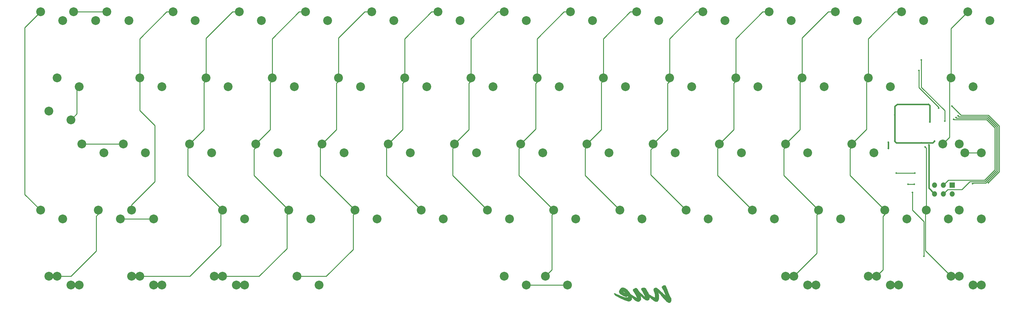
<source format=gbr>
G04 #@! TF.GenerationSoftware,KiCad,Pcbnew,(6.0.1)*
G04 #@! TF.CreationDate,2022-07-28T02:40:33-06:00*
G04 #@! TF.ProjectId,nue-pcb,6e75652d-7063-4622-9e6b-696361645f70,0.1*
G04 #@! TF.SameCoordinates,Original*
G04 #@! TF.FileFunction,Copper,L2,Bot*
G04 #@! TF.FilePolarity,Positive*
%FSLAX46Y46*%
G04 Gerber Fmt 4.6, Leading zero omitted, Abs format (unit mm)*
G04 Created by KiCad (PCBNEW (6.0.1)) date 2022-07-28 02:40:33*
%MOMM*%
%LPD*%
G01*
G04 APERTURE LIST*
G04 #@! TA.AperFunction,EtchedComponent*
%ADD10C,0.010000*%
G04 #@! TD*
G04 #@! TA.AperFunction,ComponentPad*
%ADD11C,2.540000*%
G04 #@! TD*
G04 #@! TA.AperFunction,ComponentPad*
%ADD12R,1.524000X1.524000*%
G04 #@! TD*
G04 #@! TA.AperFunction,ComponentPad*
%ADD13O,1.524000X1.524000*%
G04 #@! TD*
G04 #@! TA.AperFunction,ViaPad*
%ADD14C,0.508000*%
G04 #@! TD*
G04 #@! TA.AperFunction,Conductor*
%ADD15C,0.381000*%
G04 #@! TD*
G04 #@! TA.AperFunction,Conductor*
%ADD16C,0.254000*%
G04 #@! TD*
G04 APERTURE END LIST*
D10*
X242069839Y-138816567D02*
X242194419Y-138846041D01*
X242194419Y-138846041D02*
X242298982Y-138902246D01*
X242298982Y-138902246D02*
X242341524Y-138940869D01*
X242341524Y-138940869D02*
X242364795Y-138977502D01*
X242364795Y-138977502D02*
X242398941Y-139045920D01*
X242398941Y-139045920D02*
X242440321Y-139138142D01*
X242440321Y-139138142D02*
X242485298Y-139246185D01*
X242485298Y-139246185D02*
X242514068Y-139319369D01*
X242514068Y-139319369D02*
X242554308Y-139424195D01*
X242554308Y-139424195D02*
X242606491Y-139560198D01*
X242606491Y-139560198D02*
X242667413Y-139719026D01*
X242667413Y-139719026D02*
X242733872Y-139892323D01*
X242733872Y-139892323D02*
X242802662Y-140071738D01*
X242802662Y-140071738D02*
X242870580Y-140248916D01*
X242870580Y-140248916D02*
X242887348Y-140292666D01*
X242887348Y-140292666D02*
X242997621Y-140579566D01*
X242997621Y-140579566D02*
X243094894Y-140830481D01*
X243094894Y-140830481D02*
X243180843Y-141049138D01*
X243180843Y-141049138D02*
X243257142Y-141239262D01*
X243257142Y-141239262D02*
X243325466Y-141404577D01*
X243325466Y-141404577D02*
X243387490Y-141548810D01*
X243387490Y-141548810D02*
X243444887Y-141675685D01*
X243444887Y-141675685D02*
X243499333Y-141788928D01*
X243499333Y-141788928D02*
X243552502Y-141892263D01*
X243552502Y-141892263D02*
X243606069Y-141989417D01*
X243606069Y-141989417D02*
X243661707Y-142084114D01*
X243661707Y-142084114D02*
X243721092Y-142180079D01*
X243721092Y-142180079D02*
X243770400Y-142257142D01*
X243770400Y-142257142D02*
X243832358Y-142355459D01*
X243832358Y-142355459D02*
X243886896Y-142446715D01*
X243886896Y-142446715D02*
X243929190Y-142522490D01*
X243929190Y-142522490D02*
X243954419Y-142574366D01*
X243954419Y-142574366D02*
X243958258Y-142585086D01*
X243958258Y-142585086D02*
X243975504Y-142692374D01*
X243975504Y-142692374D02*
X243976641Y-142827135D01*
X243976641Y-142827135D02*
X243963089Y-142978303D01*
X243963089Y-142978303D02*
X243936264Y-143134816D01*
X243936264Y-143134816D02*
X243897585Y-143285610D01*
X243897585Y-143285610D02*
X243852450Y-143410478D01*
X243852450Y-143410478D02*
X243794632Y-143525280D01*
X243794632Y-143525280D02*
X243727057Y-143627713D01*
X243727057Y-143627713D02*
X243657342Y-143707275D01*
X243657342Y-143707275D02*
X243610342Y-143744352D01*
X243610342Y-143744352D02*
X243534020Y-143772327D01*
X243534020Y-143772327D02*
X243431371Y-143784529D01*
X243431371Y-143784529D02*
X243315328Y-143781025D01*
X243315328Y-143781025D02*
X243198824Y-143761878D01*
X243198824Y-143761878D02*
X243131323Y-143741926D01*
X243131323Y-143741926D02*
X242994284Y-143678495D01*
X242994284Y-143678495D02*
X242839207Y-143580040D01*
X242839207Y-143580040D02*
X242665067Y-143445863D01*
X242665067Y-143445863D02*
X242538250Y-143336553D01*
X242538250Y-143336553D02*
X242464246Y-143269618D01*
X242464246Y-143269618D02*
X242394068Y-143204146D01*
X242394068Y-143204146D02*
X242324652Y-143136798D01*
X242324652Y-143136798D02*
X242252932Y-143064233D01*
X242252932Y-143064233D02*
X242175844Y-142983109D01*
X242175844Y-142983109D02*
X242090322Y-142890087D01*
X242090322Y-142890087D02*
X241993300Y-142781826D01*
X241993300Y-142781826D02*
X241881714Y-142654986D01*
X241881714Y-142654986D02*
X241752499Y-142506224D01*
X241752499Y-142506224D02*
X241602589Y-142332202D01*
X241602589Y-142332202D02*
X241428920Y-142129578D01*
X241428920Y-142129578D02*
X241403070Y-142099363D01*
X241403070Y-142099363D02*
X241169013Y-141827402D01*
X241169013Y-141827402D02*
X240960348Y-141588505D01*
X240960348Y-141588505D02*
X240776625Y-141382204D01*
X240776625Y-141382204D02*
X240617393Y-141208034D01*
X240617393Y-141208034D02*
X240482201Y-141065528D01*
X240482201Y-141065528D02*
X240370599Y-140954219D01*
X240370599Y-140954219D02*
X240282136Y-140873641D01*
X240282136Y-140873641D02*
X240216361Y-140823328D01*
X240216361Y-140823328D02*
X240172824Y-140802813D01*
X240172824Y-140802813D02*
X240154410Y-140806784D01*
X240154410Y-140806784D02*
X240156556Y-140830378D01*
X240156556Y-140830378D02*
X240174627Y-140877377D01*
X240174627Y-140877377D02*
X240186922Y-140902917D01*
X240186922Y-140902917D02*
X240226514Y-140996272D01*
X240226514Y-140996272D02*
X240267311Y-141119875D01*
X240267311Y-141119875D02*
X240306034Y-141261881D01*
X240306034Y-141261881D02*
X240339402Y-141410443D01*
X240339402Y-141410443D02*
X240360786Y-141530916D01*
X240360786Y-141530916D02*
X240377307Y-141679091D01*
X240377307Y-141679091D02*
X240386992Y-141853634D01*
X240386992Y-141853634D02*
X240390043Y-142043194D01*
X240390043Y-142043194D02*
X240386662Y-142236420D01*
X240386662Y-142236420D02*
X240377052Y-142421961D01*
X240377052Y-142421961D02*
X240361414Y-142588465D01*
X240361414Y-142588465D02*
X240339952Y-142724581D01*
X240339952Y-142724581D02*
X240339482Y-142726833D01*
X240339482Y-142726833D02*
X240287522Y-142925106D01*
X240287522Y-142925106D02*
X240221320Y-143097085D01*
X240221320Y-143097085D02*
X240142986Y-143239334D01*
X240142986Y-143239334D02*
X240054631Y-143348418D01*
X240054631Y-143348418D02*
X239958366Y-143420900D01*
X239958366Y-143420900D02*
X239897926Y-143445326D01*
X239897926Y-143445326D02*
X239764408Y-143465441D01*
X239764408Y-143465441D02*
X239608917Y-143460748D01*
X239608917Y-143460748D02*
X239442725Y-143432647D01*
X239442725Y-143432647D02*
X239277106Y-143382539D01*
X239277106Y-143382539D02*
X239225483Y-143361833D01*
X239225483Y-143361833D02*
X239083141Y-143289048D01*
X239083141Y-143289048D02*
X238916580Y-143182255D01*
X238916580Y-143182255D02*
X238726283Y-143041829D01*
X238726283Y-143041829D02*
X238512732Y-142868141D01*
X238512732Y-142868141D02*
X238276408Y-142661565D01*
X238276408Y-142661565D02*
X238048676Y-142451632D01*
X238048676Y-142451632D02*
X237781852Y-142200354D01*
X237781852Y-142200354D02*
X237736049Y-142371486D01*
X237736049Y-142371486D02*
X237664147Y-142589880D01*
X237664147Y-142589880D02*
X237575739Y-142769997D01*
X237575739Y-142769997D02*
X237471110Y-142911612D01*
X237471110Y-142911612D02*
X237350545Y-143014499D01*
X237350545Y-143014499D02*
X237214329Y-143078434D01*
X237214329Y-143078434D02*
X237062746Y-143103191D01*
X237062746Y-143103191D02*
X236896080Y-143088546D01*
X236896080Y-143088546D02*
X236844417Y-143076754D01*
X236844417Y-143076754D02*
X236733740Y-143044423D01*
X236733740Y-143044423D02*
X236627549Y-143004525D01*
X236627549Y-143004525D02*
X236521475Y-142954156D01*
X236521475Y-142954156D02*
X236411146Y-142890415D01*
X236411146Y-142890415D02*
X236292194Y-142810400D01*
X236292194Y-142810400D02*
X236160246Y-142711207D01*
X236160246Y-142711207D02*
X236010933Y-142589934D01*
X236010933Y-142589934D02*
X235839885Y-142443679D01*
X235839885Y-142443679D02*
X235682861Y-142305315D01*
X235682861Y-142305315D02*
X235566146Y-142201843D01*
X235566146Y-142201843D02*
X235457049Y-142105831D01*
X235457049Y-142105831D02*
X235360369Y-142021447D01*
X235360369Y-142021447D02*
X235280907Y-141952860D01*
X235280907Y-141952860D02*
X235223462Y-141904239D01*
X235223462Y-141904239D02*
X235193086Y-141879931D01*
X235193086Y-141879931D02*
X235134617Y-141838297D01*
X235134617Y-141838297D02*
X235173372Y-142012690D01*
X235173372Y-142012690D02*
X235219283Y-142264598D01*
X235219283Y-142264598D02*
X235240864Y-142495283D01*
X235240864Y-142495283D02*
X235238119Y-142701203D01*
X235238119Y-142701203D02*
X235211052Y-142878817D01*
X235211052Y-142878817D02*
X235172364Y-142997042D01*
X235172364Y-142997042D02*
X235129566Y-143070235D01*
X235129566Y-143070235D02*
X235062560Y-143155672D01*
X235062560Y-143155672D02*
X234981174Y-143243356D01*
X234981174Y-143243356D02*
X234895236Y-143323288D01*
X234895236Y-143323288D02*
X234814573Y-143385470D01*
X234814573Y-143385470D02*
X234761115Y-143415439D01*
X234761115Y-143415439D02*
X234616528Y-143453986D01*
X234616528Y-143453986D02*
X234452310Y-143459169D01*
X234452310Y-143459169D02*
X234273148Y-143432274D01*
X234273148Y-143432274D02*
X234083731Y-143374585D01*
X234083731Y-143374585D02*
X233888750Y-143287388D01*
X233888750Y-143287388D02*
X233692893Y-143171969D01*
X233692893Y-143171969D02*
X233579268Y-143091489D01*
X233579268Y-143091489D02*
X233475118Y-143009484D01*
X233475118Y-143009484D02*
X233348735Y-142904560D01*
X233348735Y-142904560D02*
X233207977Y-142783576D01*
X233207977Y-142783576D02*
X233060699Y-142653390D01*
X233060699Y-142653390D02*
X232914759Y-142520860D01*
X232914759Y-142520860D02*
X232778015Y-142392845D01*
X232778015Y-142392845D02*
X232768656Y-142383910D01*
X232768656Y-142383910D02*
X232598145Y-142220897D01*
X232598145Y-142220897D02*
X232607191Y-142410111D01*
X232607191Y-142410111D02*
X232601549Y-142613037D01*
X232601549Y-142613037D02*
X232562935Y-142791619D01*
X232562935Y-142791619D02*
X232489857Y-142949816D01*
X232489857Y-142949816D02*
X232380824Y-143091586D01*
X232380824Y-143091586D02*
X232332408Y-143139434D01*
X232332408Y-143139434D02*
X232235535Y-143221048D01*
X232235535Y-143221048D02*
X232141950Y-143279513D01*
X232141950Y-143279513D02*
X232041625Y-143318175D01*
X232041625Y-143318175D02*
X231924534Y-143340381D01*
X231924534Y-143340381D02*
X231780649Y-143349476D01*
X231780649Y-143349476D02*
X231700917Y-143350174D01*
X231700917Y-143350174D02*
X231600033Y-143349442D01*
X231600033Y-143349442D02*
X231521562Y-143346634D01*
X231521562Y-143346634D02*
X231454694Y-143339733D01*
X231454694Y-143339733D02*
X231388618Y-143326726D01*
X231388618Y-143326726D02*
X231312526Y-143305599D01*
X231312526Y-143305599D02*
X231215608Y-143274336D01*
X231215608Y-143274336D02*
X231118834Y-143241699D01*
X231118834Y-143241699D02*
X230839228Y-143140786D01*
X230839228Y-143140786D02*
X230528996Y-143017572D01*
X230528996Y-143017572D02*
X230192259Y-142873936D01*
X230192259Y-142873936D02*
X229833138Y-142711758D01*
X229833138Y-142711758D02*
X229455755Y-142532915D01*
X229455755Y-142532915D02*
X229064232Y-142339286D01*
X229064232Y-142339286D02*
X228662690Y-142132751D01*
X228662690Y-142132751D02*
X228515334Y-142054993D01*
X228515334Y-142054993D02*
X228329059Y-141955286D01*
X228329059Y-141955286D02*
X228176093Y-141871221D01*
X228176093Y-141871221D02*
X228051866Y-141799543D01*
X228051866Y-141799543D02*
X227951805Y-141736996D01*
X227951805Y-141736996D02*
X227871339Y-141680325D01*
X227871339Y-141680325D02*
X227805897Y-141626274D01*
X227805897Y-141626274D02*
X227750906Y-141571587D01*
X227750906Y-141571587D02*
X227701797Y-141513008D01*
X227701797Y-141513008D02*
X227653997Y-141447282D01*
X227653997Y-141447282D02*
X227646282Y-141436056D01*
X227646282Y-141436056D02*
X227583297Y-141333756D01*
X227583297Y-141333756D02*
X227547694Y-141249034D01*
X227547694Y-141249034D02*
X227536595Y-141194742D01*
X227536595Y-141194742D02*
X227532050Y-141134478D01*
X227532050Y-141134478D02*
X227539784Y-141102032D01*
X227539784Y-141102032D02*
X227565193Y-141083453D01*
X227565193Y-141083453D02*
X227582348Y-141076461D01*
X227582348Y-141076461D02*
X227650332Y-141070461D01*
X227650332Y-141070461D02*
X227747880Y-141091936D01*
X227747880Y-141091936D02*
X227872961Y-141140189D01*
X227872961Y-141140189D02*
X228023539Y-141214525D01*
X228023539Y-141214525D02*
X228085484Y-141248600D01*
X228085484Y-141248600D02*
X228372400Y-141400776D01*
X228372400Y-141400776D02*
X228691369Y-141553008D01*
X228691369Y-141553008D02*
X229032309Y-141701286D01*
X229032309Y-141701286D02*
X229385135Y-141841600D01*
X229385135Y-141841600D02*
X229739764Y-141969940D01*
X229739764Y-141969940D02*
X230086112Y-142082296D01*
X230086112Y-142082296D02*
X230414095Y-142174657D01*
X230414095Y-142174657D02*
X230414158Y-142174674D01*
X230414158Y-142174674D02*
X230680429Y-142236859D01*
X230680429Y-142236859D02*
X230911471Y-142277628D01*
X230911471Y-142277628D02*
X231107102Y-142297010D01*
X231107102Y-142297010D02*
X231267139Y-142295035D01*
X231267139Y-142295035D02*
X231391398Y-142271732D01*
X231391398Y-142271732D02*
X231479697Y-142227131D01*
X231479697Y-142227131D02*
X231531852Y-142161263D01*
X231531852Y-142161263D02*
X231547680Y-142074156D01*
X231547680Y-142074156D02*
X231535059Y-141992861D01*
X231535059Y-141992861D02*
X231512042Y-141922967D01*
X231512042Y-141922967D02*
X231485092Y-141862566D01*
X231485092Y-141862566D02*
X231477226Y-141849187D01*
X231477226Y-141849187D02*
X231444433Y-141799140D01*
X231444433Y-141799140D02*
X231355717Y-141895765D01*
X231355717Y-141895765D02*
X231242561Y-141993417D01*
X231242561Y-141993417D02*
X231117733Y-142051483D01*
X231117733Y-142051483D02*
X230979315Y-142070377D01*
X230979315Y-142070377D02*
X230825389Y-142050510D01*
X230825389Y-142050510D02*
X230744875Y-142027140D01*
X230744875Y-142027140D02*
X230667256Y-141997078D01*
X230667256Y-141997078D02*
X230560156Y-141950089D01*
X230560156Y-141950089D02*
X230431031Y-141889932D01*
X230431031Y-141889932D02*
X230287334Y-141820365D01*
X230287334Y-141820365D02*
X230136522Y-141745147D01*
X230136522Y-141745147D02*
X229986047Y-141668036D01*
X229986047Y-141668036D02*
X229843366Y-141592793D01*
X229843366Y-141592793D02*
X229715933Y-141523174D01*
X229715933Y-141523174D02*
X229611203Y-141462940D01*
X229611203Y-141462940D02*
X229548918Y-141424130D01*
X229548918Y-141424130D02*
X229399531Y-141316043D01*
X229399531Y-141316043D02*
X229262391Y-141198899D01*
X229262391Y-141198899D02*
X229144279Y-141079485D01*
X229144279Y-141079485D02*
X229051976Y-140964587D01*
X229051976Y-140964587D02*
X228997062Y-140871706D01*
X228997062Y-140871706D02*
X228959781Y-140777019D01*
X228959781Y-140777019D02*
X228943247Y-140687938D01*
X228943247Y-140687938D02*
X228940988Y-140610166D01*
X228940988Y-140610166D02*
X228948159Y-140554341D01*
X228948159Y-140554341D02*
X230092250Y-140554341D01*
X230092250Y-140554341D02*
X230107624Y-140598578D01*
X230107624Y-140598578D02*
X230148713Y-140659912D01*
X230148713Y-140659912D02*
X230207964Y-140729259D01*
X230207964Y-140729259D02*
X230277826Y-140797532D01*
X230277826Y-140797532D02*
X230330472Y-140840935D01*
X230330472Y-140840935D02*
X230386432Y-140878679D01*
X230386432Y-140878679D02*
X230462777Y-140924266D01*
X230462777Y-140924266D02*
X230550040Y-140972740D01*
X230550040Y-140972740D02*
X230638755Y-141019147D01*
X230638755Y-141019147D02*
X230719454Y-141058534D01*
X230719454Y-141058534D02*
X230782670Y-141085944D01*
X230782670Y-141085944D02*
X230818650Y-141096417D01*
X230818650Y-141096417D02*
X230819653Y-141082112D01*
X230819653Y-141082112D02*
X230799654Y-141046199D01*
X230799654Y-141046199D02*
X230794473Y-141038727D01*
X230794473Y-141038727D02*
X230742205Y-140976435D01*
X230742205Y-140976435D02*
X230666543Y-140899939D01*
X230666543Y-140899939D02*
X230578625Y-140819520D01*
X230578625Y-140819520D02*
X230489591Y-140745461D01*
X230489591Y-140745461D02*
X230425023Y-140697687D01*
X230425023Y-140697687D02*
X230345489Y-140647479D01*
X230345489Y-140647479D02*
X230265168Y-140603831D01*
X230265168Y-140603831D02*
X230192002Y-140570164D01*
X230192002Y-140570164D02*
X230133936Y-140549900D01*
X230133936Y-140549900D02*
X230098911Y-140546459D01*
X230098911Y-140546459D02*
X230092250Y-140554341D01*
X230092250Y-140554341D02*
X228948159Y-140554341D01*
X228948159Y-140554341D02*
X228960681Y-140456861D01*
X228960681Y-140456861D02*
X229012875Y-140291668D01*
X229012875Y-140291668D02*
X229092500Y-140122204D01*
X229092500Y-140122204D02*
X229194482Y-139956085D01*
X229194482Y-139956085D02*
X229313752Y-139800926D01*
X229313752Y-139800926D02*
X229445236Y-139664341D01*
X229445236Y-139664341D02*
X229583863Y-139553948D01*
X229583863Y-139553948D02*
X229682926Y-139496094D01*
X229682926Y-139496094D02*
X229748930Y-139466090D01*
X229748930Y-139466090D02*
X229806324Y-139448187D01*
X229806324Y-139448187D02*
X229870138Y-139439600D01*
X229870138Y-139439600D02*
X229955403Y-139437544D01*
X229955403Y-139437544D02*
X229997000Y-139437902D01*
X229997000Y-139437902D02*
X230205679Y-139460642D01*
X230205679Y-139460642D02*
X230422355Y-139522040D01*
X230422355Y-139522040D02*
X230644152Y-139619842D01*
X230644152Y-139619842D02*
X230868196Y-139751791D01*
X230868196Y-139751791D02*
X231091612Y-139915633D01*
X231091612Y-139915633D02*
X231311526Y-140109113D01*
X231311526Y-140109113D02*
X231525062Y-140329975D01*
X231525062Y-140329975D02*
X231729347Y-140575964D01*
X231729347Y-140575964D02*
X231921506Y-140844825D01*
X231921506Y-140844825D02*
X232048290Y-141047165D01*
X232048290Y-141047165D02*
X232103703Y-141138659D01*
X232103703Y-141138659D02*
X232154939Y-141219514D01*
X232154939Y-141219514D02*
X232196409Y-141281150D01*
X232196409Y-141281150D02*
X232222525Y-141314986D01*
X232222525Y-141314986D02*
X232223091Y-141315559D01*
X232223091Y-141315559D02*
X232252141Y-141338781D01*
X232252141Y-141338781D02*
X232310562Y-141381001D01*
X232310562Y-141381001D02*
X232392313Y-141438017D01*
X232392313Y-141438017D02*
X232491355Y-141505627D01*
X232491355Y-141505627D02*
X232601649Y-141579628D01*
X232601649Y-141579628D02*
X232621667Y-141592928D01*
X232621667Y-141592928D02*
X232912976Y-141783815D01*
X232912976Y-141783815D02*
X233172018Y-141948487D01*
X233172018Y-141948487D02*
X233399473Y-142087315D01*
X233399473Y-142087315D02*
X233596021Y-142200668D01*
X233596021Y-142200668D02*
X233762341Y-142288916D01*
X233762341Y-142288916D02*
X233899111Y-142352428D01*
X233899111Y-142352428D02*
X234007012Y-142391573D01*
X234007012Y-142391573D02*
X234086723Y-142406722D01*
X234086723Y-142406722D02*
X234115280Y-142405561D01*
X234115280Y-142405561D02*
X234128489Y-142400669D01*
X234128489Y-142400669D02*
X234133894Y-142387952D01*
X234133894Y-142387952D02*
X234129667Y-142362761D01*
X234129667Y-142362761D02*
X234113983Y-142320446D01*
X234113983Y-142320446D02*
X234085013Y-142256360D01*
X234085013Y-142256360D02*
X234040931Y-142165852D01*
X234040931Y-142165852D02*
X233979909Y-142044273D01*
X233979909Y-142044273D02*
X233950398Y-141986000D01*
X233950398Y-141986000D02*
X233771302Y-141640038D01*
X233771302Y-141640038D02*
X233592758Y-141310615D01*
X233592758Y-141310615D02*
X233405576Y-140981164D01*
X233405576Y-140981164D02*
X233205690Y-140643619D01*
X233205690Y-140643619D02*
X233120064Y-140501461D01*
X233120064Y-140501461D02*
X233053868Y-140390858D01*
X233053868Y-140390858D02*
X233004781Y-140307049D01*
X233004781Y-140307049D02*
X232970483Y-140245269D01*
X232970483Y-140245269D02*
X232948654Y-140200755D01*
X232948654Y-140200755D02*
X232936973Y-140168746D01*
X232936973Y-140168746D02*
X232933120Y-140144477D01*
X232933120Y-140144477D02*
X232934775Y-140123185D01*
X232934775Y-140123185D02*
X232939617Y-140100109D01*
X232939617Y-140100109D02*
X232940022Y-140098275D01*
X232940022Y-140098275D02*
X232973993Y-140025087D01*
X232973993Y-140025087D02*
X233042261Y-139944082D01*
X233042261Y-139944082D02*
X233138854Y-139860505D01*
X233138854Y-139860505D02*
X233257801Y-139779598D01*
X233257801Y-139779598D02*
X233377442Y-139714175D01*
X233377442Y-139714175D02*
X233518918Y-139651523D01*
X233518918Y-139651523D02*
X233659003Y-139601492D01*
X233659003Y-139601492D02*
X233786910Y-139567388D01*
X233786910Y-139567388D02*
X233891854Y-139552519D01*
X233891854Y-139552519D02*
X233905918Y-139552146D01*
X233905918Y-139552146D02*
X233977657Y-139572523D01*
X233977657Y-139572523D02*
X234051018Y-139633144D01*
X234051018Y-139633144D02*
X234123958Y-139732080D01*
X234123958Y-139732080D02*
X234156251Y-139788870D01*
X234156251Y-139788870D02*
X234246848Y-139947331D01*
X234246848Y-139947331D02*
X234352529Y-140107179D01*
X234352529Y-140107179D02*
X234476713Y-140272592D01*
X234476713Y-140272592D02*
X234622822Y-140447746D01*
X234622822Y-140447746D02*
X234794275Y-140636821D01*
X234794275Y-140636821D02*
X234994493Y-140843992D01*
X234994493Y-140843992D02*
X235132974Y-140981786D01*
X235132974Y-140981786D02*
X235253932Y-141098904D01*
X235253932Y-141098904D02*
X235384841Y-141222562D01*
X235384841Y-141222562D02*
X235521911Y-141349451D01*
X235521911Y-141349451D02*
X235661351Y-141476263D01*
X235661351Y-141476263D02*
X235799370Y-141599689D01*
X235799370Y-141599689D02*
X235932178Y-141716420D01*
X235932178Y-141716420D02*
X236055984Y-141823149D01*
X236055984Y-141823149D02*
X236166998Y-141916565D01*
X236166998Y-141916565D02*
X236261428Y-141993360D01*
X236261428Y-141993360D02*
X236335485Y-142050225D01*
X236335485Y-142050225D02*
X236385378Y-142083853D01*
X236385378Y-142083853D02*
X236404691Y-142091833D01*
X236404691Y-142091833D02*
X236419750Y-142074237D01*
X236419750Y-142074237D02*
X236415211Y-142024028D01*
X236415211Y-142024028D02*
X236392949Y-141945080D01*
X236392949Y-141945080D02*
X236354839Y-141841262D01*
X236354839Y-141841262D02*
X236302756Y-141716446D01*
X236302756Y-141716446D02*
X236238575Y-141574504D01*
X236238575Y-141574504D02*
X236164170Y-141419306D01*
X236164170Y-141419306D02*
X236081418Y-141254724D01*
X236081418Y-141254724D02*
X235992193Y-141084629D01*
X235992193Y-141084629D02*
X235898370Y-140912893D01*
X235898370Y-140912893D02*
X235801824Y-140743387D01*
X235801824Y-140743387D02*
X235704430Y-140579981D01*
X235704430Y-140579981D02*
X235608063Y-140426548D01*
X235608063Y-140426548D02*
X235570014Y-140368518D01*
X235570014Y-140368518D02*
X235469430Y-140210611D01*
X235469430Y-140210611D02*
X235396217Y-140079258D01*
X235396217Y-140079258D02*
X235348881Y-139970046D01*
X235348881Y-139970046D02*
X235325926Y-139878564D01*
X235325926Y-139878564D02*
X235325858Y-139800398D01*
X235325858Y-139800398D02*
X235347182Y-139731137D01*
X235347182Y-139731137D02*
X235351284Y-139722873D01*
X235351284Y-139722873D02*
X235405322Y-139659939D01*
X235405322Y-139659939D02*
X235495324Y-139604040D01*
X235495324Y-139604040D02*
X235615234Y-139557074D01*
X235615234Y-139557074D02*
X235758996Y-139520935D01*
X235758996Y-139520935D02*
X235920554Y-139497518D01*
X235920554Y-139497518D02*
X236093852Y-139488719D01*
X236093852Y-139488719D02*
X236099502Y-139488700D01*
X236099502Y-139488700D02*
X236241495Y-139492014D01*
X236241495Y-139492014D02*
X236349992Y-139504198D01*
X236349992Y-139504198D02*
X236433345Y-139527718D01*
X236433345Y-139527718D02*
X236499903Y-139565036D01*
X236499903Y-139565036D02*
X236558017Y-139618617D01*
X236558017Y-139618617D02*
X236564489Y-139625878D01*
X236564489Y-139625878D02*
X236593827Y-139666826D01*
X236593827Y-139666826D02*
X236639891Y-139740633D01*
X236639891Y-139740633D02*
X236700047Y-139842511D01*
X236700047Y-139842511D02*
X236771665Y-139967671D01*
X236771665Y-139967671D02*
X236852112Y-140111323D01*
X236852112Y-140111323D02*
X236938756Y-140268678D01*
X236938756Y-140268678D02*
X237028965Y-140434948D01*
X237028965Y-140434948D02*
X237120108Y-140605343D01*
X237120108Y-140605343D02*
X237209553Y-140775075D01*
X237209553Y-140775075D02*
X237294667Y-140939354D01*
X237294667Y-140939354D02*
X237372819Y-141093392D01*
X237372819Y-141093392D02*
X237390841Y-141129499D01*
X237390841Y-141129499D02*
X237517523Y-141384249D01*
X237517523Y-141384249D02*
X237810678Y-141566714D01*
X237810678Y-141566714D02*
X238004941Y-141685421D01*
X238004941Y-141685421D02*
X238199835Y-141800397D01*
X238199835Y-141800397D02*
X238390328Y-141908947D01*
X238390328Y-141908947D02*
X238571386Y-142008373D01*
X238571386Y-142008373D02*
X238737976Y-142095977D01*
X238737976Y-142095977D02*
X238885065Y-142169063D01*
X238885065Y-142169063D02*
X239007621Y-142224932D01*
X239007621Y-142224932D02*
X239100609Y-142260887D01*
X239100609Y-142260887D02*
X239113524Y-142264947D01*
X239113524Y-142264947D02*
X239170411Y-142278036D01*
X239170411Y-142278036D02*
X239207104Y-142272089D01*
X239207104Y-142272089D02*
X239235183Y-142251549D01*
X239235183Y-142251549D02*
X239275306Y-142189735D01*
X239275306Y-142189735D02*
X239301674Y-142092252D01*
X239301674Y-142092252D02*
X239314231Y-141963487D01*
X239314231Y-141963487D02*
X239312918Y-141807827D01*
X239312918Y-141807827D02*
X239297678Y-141629660D01*
X239297678Y-141629660D02*
X239268453Y-141433374D01*
X239268453Y-141433374D02*
X239247374Y-141323981D01*
X239247374Y-141323981D02*
X239229313Y-141240324D01*
X239229313Y-141240324D02*
X239210313Y-141161197D01*
X239210313Y-141161197D02*
X239188364Y-141080165D01*
X239188364Y-141080165D02*
X239161454Y-140990795D01*
X239161454Y-140990795D02*
X239127572Y-140886652D01*
X239127572Y-140886652D02*
X239084707Y-140761304D01*
X239084707Y-140761304D02*
X239030847Y-140608316D01*
X239030847Y-140608316D02*
X238973405Y-140447512D01*
X238973405Y-140447512D02*
X238916241Y-140248869D01*
X238916241Y-140248869D02*
X238894630Y-140071822D01*
X238894630Y-140071822D02*
X238908268Y-139917013D01*
X238908268Y-139917013D02*
X238956848Y-139785083D01*
X238956848Y-139785083D02*
X239040065Y-139676673D01*
X239040065Y-139676673D02*
X239157614Y-139592424D01*
X239157614Y-139592424D02*
X239309188Y-139532977D01*
X239309188Y-139532977D02*
X239420841Y-139508739D01*
X239420841Y-139508739D02*
X239523013Y-139503427D01*
X239523013Y-139503427D02*
X239630495Y-139521636D01*
X239630495Y-139521636D02*
X239747484Y-139565305D01*
X239747484Y-139565305D02*
X239878176Y-139636376D01*
X239878176Y-139636376D02*
X240026767Y-139736789D01*
X240026767Y-139736789D02*
X240195872Y-139867208D01*
X240195872Y-139867208D02*
X240257168Y-139916869D01*
X240257168Y-139916869D02*
X240312083Y-139961953D01*
X240312083Y-139961953D02*
X240364443Y-140005924D01*
X240364443Y-140005924D02*
X240418072Y-140052243D01*
X240418072Y-140052243D02*
X240476795Y-140104374D01*
X240476795Y-140104374D02*
X240544438Y-140165779D01*
X240544438Y-140165779D02*
X240624825Y-140239922D01*
X240624825Y-140239922D02*
X240721781Y-140330264D01*
X240721781Y-140330264D02*
X240839132Y-140440268D01*
X240839132Y-140440268D02*
X240980702Y-140573397D01*
X240980702Y-140573397D02*
X241098917Y-140684703D01*
X241098917Y-140684703D02*
X241229210Y-140807253D01*
X241229210Y-140807253D02*
X241357973Y-140928072D01*
X241357973Y-140928072D02*
X241479739Y-141042050D01*
X241479739Y-141042050D02*
X241589040Y-141144081D01*
X241589040Y-141144081D02*
X241680412Y-141229056D01*
X241680412Y-141229056D02*
X241748386Y-141291867D01*
X241748386Y-141291867D02*
X241765667Y-141307697D01*
X241765667Y-141307697D02*
X241848140Y-141381535D01*
X241848140Y-141381535D02*
X241940440Y-141461823D01*
X241940440Y-141461823D02*
X242037106Y-141544082D01*
X242037106Y-141544082D02*
X242132679Y-141623831D01*
X242132679Y-141623831D02*
X242221698Y-141696590D01*
X242221698Y-141696590D02*
X242298704Y-141757879D01*
X242298704Y-141757879D02*
X242358235Y-141803217D01*
X242358235Y-141803217D02*
X242394833Y-141828124D01*
X242394833Y-141828124D02*
X242403721Y-141831251D01*
X242403721Y-141831251D02*
X242399874Y-141808878D01*
X242399874Y-141808878D02*
X242382351Y-141753121D01*
X242382351Y-141753121D02*
X242353366Y-141669833D01*
X242353366Y-141669833D02*
X242315132Y-141564868D01*
X242315132Y-141564868D02*
X242269862Y-141444078D01*
X242269862Y-141444078D02*
X242219770Y-141313318D01*
X242219770Y-141313318D02*
X242167069Y-141178442D01*
X242167069Y-141178442D02*
X242113972Y-141045302D01*
X242113972Y-141045302D02*
X242062693Y-140919753D01*
X242062693Y-140919753D02*
X242026044Y-140832416D01*
X242026044Y-140832416D02*
X241928322Y-140612396D01*
X241928322Y-140612396D02*
X241821695Y-140389069D01*
X241821695Y-140389069D02*
X241710946Y-140171609D01*
X241710946Y-140171609D02*
X241600855Y-139969188D01*
X241600855Y-139969188D02*
X241496205Y-139790977D01*
X241496205Y-139790977D02*
X241426227Y-139681790D01*
X241426227Y-139681790D02*
X241367064Y-139593353D01*
X241367064Y-139593353D02*
X241314548Y-139514088D01*
X241314548Y-139514088D02*
X241274338Y-139452591D01*
X241274338Y-139452591D02*
X241252098Y-139417458D01*
X241252098Y-139417458D02*
X241251948Y-139417206D01*
X241251948Y-139417206D02*
X241234179Y-139347732D01*
X241234179Y-139347732D02*
X241248525Y-139259878D01*
X241248525Y-139259878D02*
X241293411Y-139160898D01*
X241293411Y-139160898D02*
X241315065Y-139126422D01*
X241315065Y-139126422D02*
X241404847Y-139023507D01*
X241404847Y-139023507D02*
X241518870Y-138939322D01*
X241518870Y-138939322D02*
X241649757Y-138875203D01*
X241649757Y-138875203D02*
X241790132Y-138832482D01*
X241790132Y-138832482D02*
X241932618Y-138812492D01*
X241932618Y-138812492D02*
X242069839Y-138816567D01*
X242069839Y-138816567D02*
X242069839Y-138816567D01*
G36*
X229012875Y-140291668D02*
G01*
X229092500Y-140122204D01*
X229194482Y-139956085D01*
X229313752Y-139800926D01*
X229445236Y-139664341D01*
X229583863Y-139553948D01*
X229682926Y-139496094D01*
X229748930Y-139466090D01*
X229806324Y-139448187D01*
X229870138Y-139439600D01*
X229955403Y-139437544D01*
X229997000Y-139437902D01*
X230205679Y-139460642D01*
X230422355Y-139522040D01*
X230644152Y-139619842D01*
X230868196Y-139751791D01*
X231091612Y-139915633D01*
X231311526Y-140109113D01*
X231525062Y-140329975D01*
X231729347Y-140575964D01*
X231921506Y-140844825D01*
X232048290Y-141047165D01*
X232103703Y-141138659D01*
X232154939Y-141219514D01*
X232196409Y-141281150D01*
X232222525Y-141314986D01*
X232223091Y-141315559D01*
X232252141Y-141338781D01*
X232310562Y-141381001D01*
X232392313Y-141438017D01*
X232491355Y-141505627D01*
X232601649Y-141579628D01*
X232621667Y-141592928D01*
X232912976Y-141783815D01*
X233172018Y-141948487D01*
X233399473Y-142087315D01*
X233596021Y-142200668D01*
X233762341Y-142288916D01*
X233899111Y-142352428D01*
X234007012Y-142391573D01*
X234086723Y-142406722D01*
X234115280Y-142405561D01*
X234128489Y-142400669D01*
X234133894Y-142387952D01*
X234129667Y-142362761D01*
X234113983Y-142320446D01*
X234085013Y-142256360D01*
X234040931Y-142165852D01*
X233979909Y-142044273D01*
X233950398Y-141986000D01*
X233771302Y-141640038D01*
X233592758Y-141310615D01*
X233405576Y-140981164D01*
X233205690Y-140643619D01*
X233120064Y-140501461D01*
X233053868Y-140390858D01*
X233004781Y-140307049D01*
X232970483Y-140245269D01*
X232948654Y-140200755D01*
X232936973Y-140168746D01*
X232933120Y-140144477D01*
X232934775Y-140123185D01*
X232939617Y-140100109D01*
X232940022Y-140098275D01*
X232973993Y-140025087D01*
X233042261Y-139944082D01*
X233138854Y-139860505D01*
X233257801Y-139779598D01*
X233377442Y-139714175D01*
X233518918Y-139651523D01*
X233659003Y-139601492D01*
X233786910Y-139567388D01*
X233891854Y-139552519D01*
X233905918Y-139552146D01*
X233977657Y-139572523D01*
X234051018Y-139633144D01*
X234123958Y-139732080D01*
X234156251Y-139788870D01*
X234246848Y-139947331D01*
X234352529Y-140107179D01*
X234476713Y-140272592D01*
X234622822Y-140447746D01*
X234794275Y-140636821D01*
X234994493Y-140843992D01*
X235132974Y-140981786D01*
X235253932Y-141098904D01*
X235384841Y-141222562D01*
X235521911Y-141349451D01*
X235661351Y-141476263D01*
X235799370Y-141599689D01*
X235932178Y-141716420D01*
X236055984Y-141823149D01*
X236166998Y-141916565D01*
X236261428Y-141993360D01*
X236335485Y-142050225D01*
X236385378Y-142083853D01*
X236404691Y-142091833D01*
X236419750Y-142074237D01*
X236415211Y-142024028D01*
X236392949Y-141945080D01*
X236354839Y-141841262D01*
X236302756Y-141716446D01*
X236238575Y-141574504D01*
X236164170Y-141419306D01*
X236081418Y-141254724D01*
X235992193Y-141084629D01*
X235898370Y-140912893D01*
X235801824Y-140743387D01*
X235704430Y-140579981D01*
X235608063Y-140426548D01*
X235570014Y-140368518D01*
X235469430Y-140210611D01*
X235396217Y-140079258D01*
X235348881Y-139970046D01*
X235325926Y-139878564D01*
X235325858Y-139800398D01*
X235347182Y-139731137D01*
X235351284Y-139722873D01*
X235405322Y-139659939D01*
X235495324Y-139604040D01*
X235615234Y-139557074D01*
X235758996Y-139520935D01*
X235920554Y-139497518D01*
X236093852Y-139488719D01*
X236099502Y-139488700D01*
X236241495Y-139492014D01*
X236349992Y-139504198D01*
X236433345Y-139527718D01*
X236499903Y-139565036D01*
X236558017Y-139618617D01*
X236564489Y-139625878D01*
X236593827Y-139666826D01*
X236639891Y-139740633D01*
X236700047Y-139842511D01*
X236771665Y-139967671D01*
X236852112Y-140111323D01*
X236938756Y-140268678D01*
X237028965Y-140434948D01*
X237120108Y-140605343D01*
X237209553Y-140775075D01*
X237294667Y-140939354D01*
X237372819Y-141093392D01*
X237390841Y-141129499D01*
X237517523Y-141384249D01*
X237810678Y-141566714D01*
X238004941Y-141685421D01*
X238199835Y-141800397D01*
X238390328Y-141908947D01*
X238571386Y-142008373D01*
X238737976Y-142095977D01*
X238885065Y-142169063D01*
X239007621Y-142224932D01*
X239100609Y-142260887D01*
X239113524Y-142264947D01*
X239170411Y-142278036D01*
X239207104Y-142272089D01*
X239235183Y-142251549D01*
X239275306Y-142189735D01*
X239301674Y-142092252D01*
X239314231Y-141963487D01*
X239312918Y-141807827D01*
X239297678Y-141629660D01*
X239268453Y-141433374D01*
X239247374Y-141323981D01*
X239229313Y-141240324D01*
X239210313Y-141161197D01*
X239188364Y-141080165D01*
X239161454Y-140990795D01*
X239127572Y-140886652D01*
X239084707Y-140761304D01*
X239030847Y-140608316D01*
X238973405Y-140447512D01*
X238916241Y-140248869D01*
X238894630Y-140071822D01*
X238908268Y-139917013D01*
X238956848Y-139785083D01*
X239040065Y-139676673D01*
X239157614Y-139592424D01*
X239309188Y-139532977D01*
X239420841Y-139508739D01*
X239523013Y-139503427D01*
X239630495Y-139521636D01*
X239747484Y-139565305D01*
X239878176Y-139636376D01*
X240026767Y-139736789D01*
X240195872Y-139867208D01*
X240257168Y-139916869D01*
X240312083Y-139961953D01*
X240364443Y-140005924D01*
X240418072Y-140052243D01*
X240476795Y-140104374D01*
X240544438Y-140165779D01*
X240624825Y-140239922D01*
X240721781Y-140330264D01*
X240839132Y-140440268D01*
X240980702Y-140573397D01*
X241098917Y-140684703D01*
X241229210Y-140807253D01*
X241357973Y-140928072D01*
X241479739Y-141042050D01*
X241589040Y-141144081D01*
X241680412Y-141229056D01*
X241748386Y-141291867D01*
X241765667Y-141307697D01*
X241848140Y-141381535D01*
X241940440Y-141461823D01*
X242037106Y-141544082D01*
X242132679Y-141623831D01*
X242221698Y-141696590D01*
X242298704Y-141757879D01*
X242358235Y-141803217D01*
X242394833Y-141828124D01*
X242403721Y-141831251D01*
X242399874Y-141808878D01*
X242382351Y-141753121D01*
X242353366Y-141669833D01*
X242315132Y-141564868D01*
X242269862Y-141444078D01*
X242219770Y-141313318D01*
X242167069Y-141178442D01*
X242113972Y-141045302D01*
X242062693Y-140919753D01*
X242026044Y-140832416D01*
X241928322Y-140612396D01*
X241821695Y-140389069D01*
X241710946Y-140171609D01*
X241600855Y-139969188D01*
X241496205Y-139790977D01*
X241426227Y-139681790D01*
X241367064Y-139593353D01*
X241314548Y-139514088D01*
X241274338Y-139452591D01*
X241252098Y-139417458D01*
X241251948Y-139417206D01*
X241234179Y-139347732D01*
X241248525Y-139259878D01*
X241293411Y-139160898D01*
X241315065Y-139126422D01*
X241404847Y-139023507D01*
X241518870Y-138939322D01*
X241649757Y-138875203D01*
X241790132Y-138832482D01*
X241932618Y-138812492D01*
X242069839Y-138816567D01*
X242194419Y-138846041D01*
X242298982Y-138902246D01*
X242341524Y-138940869D01*
X242364795Y-138977502D01*
X242398941Y-139045920D01*
X242440321Y-139138142D01*
X242485298Y-139246185D01*
X242514068Y-139319369D01*
X242554308Y-139424195D01*
X242606491Y-139560198D01*
X242667413Y-139719026D01*
X242733872Y-139892323D01*
X242802662Y-140071738D01*
X242870580Y-140248916D01*
X242887348Y-140292666D01*
X242997621Y-140579566D01*
X243094894Y-140830481D01*
X243180843Y-141049138D01*
X243257142Y-141239262D01*
X243325466Y-141404577D01*
X243387490Y-141548810D01*
X243444887Y-141675685D01*
X243499333Y-141788928D01*
X243552502Y-141892263D01*
X243606069Y-141989417D01*
X243661707Y-142084114D01*
X243721092Y-142180079D01*
X243770400Y-142257142D01*
X243832358Y-142355459D01*
X243886896Y-142446715D01*
X243929190Y-142522490D01*
X243954419Y-142574366D01*
X243958258Y-142585086D01*
X243975504Y-142692374D01*
X243976641Y-142827135D01*
X243963089Y-142978303D01*
X243936264Y-143134816D01*
X243897585Y-143285610D01*
X243852450Y-143410478D01*
X243794632Y-143525280D01*
X243727057Y-143627713D01*
X243657342Y-143707275D01*
X243610342Y-143744352D01*
X243534020Y-143772327D01*
X243431371Y-143784529D01*
X243315328Y-143781025D01*
X243198824Y-143761878D01*
X243131323Y-143741926D01*
X242994284Y-143678495D01*
X242839207Y-143580040D01*
X242665067Y-143445863D01*
X242538250Y-143336553D01*
X242464246Y-143269618D01*
X242394068Y-143204146D01*
X242324652Y-143136798D01*
X242252932Y-143064233D01*
X242175844Y-142983109D01*
X242090322Y-142890087D01*
X241993300Y-142781826D01*
X241881714Y-142654986D01*
X241752499Y-142506224D01*
X241602589Y-142332202D01*
X241428920Y-142129578D01*
X241403070Y-142099363D01*
X241169013Y-141827402D01*
X240960348Y-141588505D01*
X240776625Y-141382204D01*
X240617393Y-141208034D01*
X240482201Y-141065528D01*
X240370599Y-140954219D01*
X240282136Y-140873641D01*
X240216361Y-140823328D01*
X240172824Y-140802813D01*
X240154410Y-140806784D01*
X240156556Y-140830378D01*
X240174627Y-140877377D01*
X240186922Y-140902917D01*
X240226514Y-140996272D01*
X240267311Y-141119875D01*
X240306034Y-141261881D01*
X240339402Y-141410443D01*
X240360786Y-141530916D01*
X240377307Y-141679091D01*
X240386992Y-141853634D01*
X240390043Y-142043194D01*
X240386662Y-142236420D01*
X240377052Y-142421961D01*
X240361414Y-142588465D01*
X240339952Y-142724581D01*
X240339482Y-142726833D01*
X240287522Y-142925106D01*
X240221320Y-143097085D01*
X240142986Y-143239334D01*
X240054631Y-143348418D01*
X239958366Y-143420900D01*
X239897926Y-143445326D01*
X239764408Y-143465441D01*
X239608917Y-143460748D01*
X239442725Y-143432647D01*
X239277106Y-143382539D01*
X239225483Y-143361833D01*
X239083141Y-143289048D01*
X238916580Y-143182255D01*
X238726283Y-143041829D01*
X238512732Y-142868141D01*
X238276408Y-142661565D01*
X238048676Y-142451632D01*
X237781852Y-142200354D01*
X237736049Y-142371486D01*
X237664147Y-142589880D01*
X237575739Y-142769997D01*
X237471110Y-142911612D01*
X237350545Y-143014499D01*
X237214329Y-143078434D01*
X237062746Y-143103191D01*
X236896080Y-143088546D01*
X236844417Y-143076754D01*
X236733740Y-143044423D01*
X236627549Y-143004525D01*
X236521475Y-142954156D01*
X236411146Y-142890415D01*
X236292194Y-142810400D01*
X236160246Y-142711207D01*
X236010933Y-142589934D01*
X235839885Y-142443679D01*
X235682861Y-142305315D01*
X235566146Y-142201843D01*
X235457049Y-142105831D01*
X235360369Y-142021447D01*
X235280907Y-141952860D01*
X235223462Y-141904239D01*
X235193086Y-141879931D01*
X235134617Y-141838297D01*
X235173372Y-142012690D01*
X235219283Y-142264598D01*
X235240864Y-142495283D01*
X235238119Y-142701203D01*
X235211052Y-142878817D01*
X235172364Y-142997042D01*
X235129566Y-143070235D01*
X235062560Y-143155672D01*
X234981174Y-143243356D01*
X234895236Y-143323288D01*
X234814573Y-143385470D01*
X234761115Y-143415439D01*
X234616528Y-143453986D01*
X234452310Y-143459169D01*
X234273148Y-143432274D01*
X234083731Y-143374585D01*
X233888750Y-143287388D01*
X233692893Y-143171969D01*
X233579268Y-143091489D01*
X233475118Y-143009484D01*
X233348735Y-142904560D01*
X233207977Y-142783576D01*
X233060699Y-142653390D01*
X232914759Y-142520860D01*
X232778015Y-142392845D01*
X232768656Y-142383910D01*
X232598145Y-142220897D01*
X232607191Y-142410111D01*
X232601549Y-142613037D01*
X232562935Y-142791619D01*
X232489857Y-142949816D01*
X232380824Y-143091586D01*
X232332408Y-143139434D01*
X232235535Y-143221048D01*
X232141950Y-143279513D01*
X232041625Y-143318175D01*
X231924534Y-143340381D01*
X231780649Y-143349476D01*
X231700917Y-143350174D01*
X231600033Y-143349442D01*
X231521562Y-143346634D01*
X231454694Y-143339733D01*
X231388618Y-143326726D01*
X231312526Y-143305599D01*
X231215608Y-143274336D01*
X231118834Y-143241699D01*
X230839228Y-143140786D01*
X230528996Y-143017572D01*
X230192259Y-142873936D01*
X229833138Y-142711758D01*
X229455755Y-142532915D01*
X229064232Y-142339286D01*
X228662690Y-142132751D01*
X228515334Y-142054993D01*
X228329059Y-141955286D01*
X228176093Y-141871221D01*
X228051866Y-141799543D01*
X227951805Y-141736996D01*
X227871339Y-141680325D01*
X227805897Y-141626274D01*
X227750906Y-141571587D01*
X227701797Y-141513008D01*
X227653997Y-141447282D01*
X227646282Y-141436056D01*
X227583297Y-141333756D01*
X227547694Y-141249034D01*
X227536595Y-141194742D01*
X227532050Y-141134478D01*
X227539784Y-141102032D01*
X227565193Y-141083453D01*
X227582348Y-141076461D01*
X227650332Y-141070461D01*
X227747880Y-141091936D01*
X227872961Y-141140189D01*
X228023539Y-141214525D01*
X228085484Y-141248600D01*
X228372400Y-141400776D01*
X228691369Y-141553008D01*
X229032309Y-141701286D01*
X229385135Y-141841600D01*
X229739764Y-141969940D01*
X230086112Y-142082296D01*
X230414095Y-142174657D01*
X230414158Y-142174674D01*
X230680429Y-142236859D01*
X230911471Y-142277628D01*
X231107102Y-142297010D01*
X231267139Y-142295035D01*
X231391398Y-142271732D01*
X231479697Y-142227131D01*
X231531852Y-142161263D01*
X231547680Y-142074156D01*
X231535059Y-141992861D01*
X231512042Y-141922967D01*
X231485092Y-141862566D01*
X231477226Y-141849187D01*
X231444433Y-141799140D01*
X231355717Y-141895765D01*
X231242561Y-141993417D01*
X231117733Y-142051483D01*
X230979315Y-142070377D01*
X230825389Y-142050510D01*
X230744875Y-142027140D01*
X230667256Y-141997078D01*
X230560156Y-141950089D01*
X230431031Y-141889932D01*
X230287334Y-141820365D01*
X230136522Y-141745147D01*
X229986047Y-141668036D01*
X229843366Y-141592793D01*
X229715933Y-141523174D01*
X229611203Y-141462940D01*
X229548918Y-141424130D01*
X229399531Y-141316043D01*
X229262391Y-141198899D01*
X229144279Y-141079485D01*
X229051976Y-140964587D01*
X228997062Y-140871706D01*
X228959781Y-140777019D01*
X228943247Y-140687938D01*
X228940988Y-140610166D01*
X228948159Y-140554341D01*
X230092250Y-140554341D01*
X230107624Y-140598578D01*
X230148713Y-140659912D01*
X230207964Y-140729259D01*
X230277826Y-140797532D01*
X230330472Y-140840935D01*
X230386432Y-140878679D01*
X230462777Y-140924266D01*
X230550040Y-140972740D01*
X230638755Y-141019147D01*
X230719454Y-141058534D01*
X230782670Y-141085944D01*
X230818650Y-141096417D01*
X230819653Y-141082112D01*
X230799654Y-141046199D01*
X230794473Y-141038727D01*
X230742205Y-140976435D01*
X230666543Y-140899939D01*
X230578625Y-140819520D01*
X230489591Y-140745461D01*
X230425023Y-140697687D01*
X230345489Y-140647479D01*
X230265168Y-140603831D01*
X230192002Y-140570164D01*
X230133936Y-140549900D01*
X230098911Y-140546459D01*
X230092250Y-140554341D01*
X228948159Y-140554341D01*
X228960681Y-140456861D01*
X229012875Y-140291668D01*
G37*
X229012875Y-140291668D02*
X229092500Y-140122204D01*
X229194482Y-139956085D01*
X229313752Y-139800926D01*
X229445236Y-139664341D01*
X229583863Y-139553948D01*
X229682926Y-139496094D01*
X229748930Y-139466090D01*
X229806324Y-139448187D01*
X229870138Y-139439600D01*
X229955403Y-139437544D01*
X229997000Y-139437902D01*
X230205679Y-139460642D01*
X230422355Y-139522040D01*
X230644152Y-139619842D01*
X230868196Y-139751791D01*
X231091612Y-139915633D01*
X231311526Y-140109113D01*
X231525062Y-140329975D01*
X231729347Y-140575964D01*
X231921506Y-140844825D01*
X232048290Y-141047165D01*
X232103703Y-141138659D01*
X232154939Y-141219514D01*
X232196409Y-141281150D01*
X232222525Y-141314986D01*
X232223091Y-141315559D01*
X232252141Y-141338781D01*
X232310562Y-141381001D01*
X232392313Y-141438017D01*
X232491355Y-141505627D01*
X232601649Y-141579628D01*
X232621667Y-141592928D01*
X232912976Y-141783815D01*
X233172018Y-141948487D01*
X233399473Y-142087315D01*
X233596021Y-142200668D01*
X233762341Y-142288916D01*
X233899111Y-142352428D01*
X234007012Y-142391573D01*
X234086723Y-142406722D01*
X234115280Y-142405561D01*
X234128489Y-142400669D01*
X234133894Y-142387952D01*
X234129667Y-142362761D01*
X234113983Y-142320446D01*
X234085013Y-142256360D01*
X234040931Y-142165852D01*
X233979909Y-142044273D01*
X233950398Y-141986000D01*
X233771302Y-141640038D01*
X233592758Y-141310615D01*
X233405576Y-140981164D01*
X233205690Y-140643619D01*
X233120064Y-140501461D01*
X233053868Y-140390858D01*
X233004781Y-140307049D01*
X232970483Y-140245269D01*
X232948654Y-140200755D01*
X232936973Y-140168746D01*
X232933120Y-140144477D01*
X232934775Y-140123185D01*
X232939617Y-140100109D01*
X232940022Y-140098275D01*
X232973993Y-140025087D01*
X233042261Y-139944082D01*
X233138854Y-139860505D01*
X233257801Y-139779598D01*
X233377442Y-139714175D01*
X233518918Y-139651523D01*
X233659003Y-139601492D01*
X233786910Y-139567388D01*
X233891854Y-139552519D01*
X233905918Y-139552146D01*
X233977657Y-139572523D01*
X234051018Y-139633144D01*
X234123958Y-139732080D01*
X234156251Y-139788870D01*
X234246848Y-139947331D01*
X234352529Y-140107179D01*
X234476713Y-140272592D01*
X234622822Y-140447746D01*
X234794275Y-140636821D01*
X234994493Y-140843992D01*
X235132974Y-140981786D01*
X235253932Y-141098904D01*
X235384841Y-141222562D01*
X235521911Y-141349451D01*
X235661351Y-141476263D01*
X235799370Y-141599689D01*
X235932178Y-141716420D01*
X236055984Y-141823149D01*
X236166998Y-141916565D01*
X236261428Y-141993360D01*
X236335485Y-142050225D01*
X236385378Y-142083853D01*
X236404691Y-142091833D01*
X236419750Y-142074237D01*
X236415211Y-142024028D01*
X236392949Y-141945080D01*
X236354839Y-141841262D01*
X236302756Y-141716446D01*
X236238575Y-141574504D01*
X236164170Y-141419306D01*
X236081418Y-141254724D01*
X235992193Y-141084629D01*
X235898370Y-140912893D01*
X235801824Y-140743387D01*
X235704430Y-140579981D01*
X235608063Y-140426548D01*
X235570014Y-140368518D01*
X235469430Y-140210611D01*
X235396217Y-140079258D01*
X235348881Y-139970046D01*
X235325926Y-139878564D01*
X235325858Y-139800398D01*
X235347182Y-139731137D01*
X235351284Y-139722873D01*
X235405322Y-139659939D01*
X235495324Y-139604040D01*
X235615234Y-139557074D01*
X235758996Y-139520935D01*
X235920554Y-139497518D01*
X236093852Y-139488719D01*
X236099502Y-139488700D01*
X236241495Y-139492014D01*
X236349992Y-139504198D01*
X236433345Y-139527718D01*
X236499903Y-139565036D01*
X236558017Y-139618617D01*
X236564489Y-139625878D01*
X236593827Y-139666826D01*
X236639891Y-139740633D01*
X236700047Y-139842511D01*
X236771665Y-139967671D01*
X236852112Y-140111323D01*
X236938756Y-140268678D01*
X237028965Y-140434948D01*
X237120108Y-140605343D01*
X237209553Y-140775075D01*
X237294667Y-140939354D01*
X237372819Y-141093392D01*
X237390841Y-141129499D01*
X237517523Y-141384249D01*
X237810678Y-141566714D01*
X238004941Y-141685421D01*
X238199835Y-141800397D01*
X238390328Y-141908947D01*
X238571386Y-142008373D01*
X238737976Y-142095977D01*
X238885065Y-142169063D01*
X239007621Y-142224932D01*
X239100609Y-142260887D01*
X239113524Y-142264947D01*
X239170411Y-142278036D01*
X239207104Y-142272089D01*
X239235183Y-142251549D01*
X239275306Y-142189735D01*
X239301674Y-142092252D01*
X239314231Y-141963487D01*
X239312918Y-141807827D01*
X239297678Y-141629660D01*
X239268453Y-141433374D01*
X239247374Y-141323981D01*
X239229313Y-141240324D01*
X239210313Y-141161197D01*
X239188364Y-141080165D01*
X239161454Y-140990795D01*
X239127572Y-140886652D01*
X239084707Y-140761304D01*
X239030847Y-140608316D01*
X238973405Y-140447512D01*
X238916241Y-140248869D01*
X238894630Y-140071822D01*
X238908268Y-139917013D01*
X238956848Y-139785083D01*
X239040065Y-139676673D01*
X239157614Y-139592424D01*
X239309188Y-139532977D01*
X239420841Y-139508739D01*
X239523013Y-139503427D01*
X239630495Y-139521636D01*
X239747484Y-139565305D01*
X239878176Y-139636376D01*
X240026767Y-139736789D01*
X240195872Y-139867208D01*
X240257168Y-139916869D01*
X240312083Y-139961953D01*
X240364443Y-140005924D01*
X240418072Y-140052243D01*
X240476795Y-140104374D01*
X240544438Y-140165779D01*
X240624825Y-140239922D01*
X240721781Y-140330264D01*
X240839132Y-140440268D01*
X240980702Y-140573397D01*
X241098917Y-140684703D01*
X241229210Y-140807253D01*
X241357973Y-140928072D01*
X241479739Y-141042050D01*
X241589040Y-141144081D01*
X241680412Y-141229056D01*
X241748386Y-141291867D01*
X241765667Y-141307697D01*
X241848140Y-141381535D01*
X241940440Y-141461823D01*
X242037106Y-141544082D01*
X242132679Y-141623831D01*
X242221698Y-141696590D01*
X242298704Y-141757879D01*
X242358235Y-141803217D01*
X242394833Y-141828124D01*
X242403721Y-141831251D01*
X242399874Y-141808878D01*
X242382351Y-141753121D01*
X242353366Y-141669833D01*
X242315132Y-141564868D01*
X242269862Y-141444078D01*
X242219770Y-141313318D01*
X242167069Y-141178442D01*
X242113972Y-141045302D01*
X242062693Y-140919753D01*
X242026044Y-140832416D01*
X241928322Y-140612396D01*
X241821695Y-140389069D01*
X241710946Y-140171609D01*
X241600855Y-139969188D01*
X241496205Y-139790977D01*
X241426227Y-139681790D01*
X241367064Y-139593353D01*
X241314548Y-139514088D01*
X241274338Y-139452591D01*
X241252098Y-139417458D01*
X241251948Y-139417206D01*
X241234179Y-139347732D01*
X241248525Y-139259878D01*
X241293411Y-139160898D01*
X241315065Y-139126422D01*
X241404847Y-139023507D01*
X241518870Y-138939322D01*
X241649757Y-138875203D01*
X241790132Y-138832482D01*
X241932618Y-138812492D01*
X242069839Y-138816567D01*
X242194419Y-138846041D01*
X242298982Y-138902246D01*
X242341524Y-138940869D01*
X242364795Y-138977502D01*
X242398941Y-139045920D01*
X242440321Y-139138142D01*
X242485298Y-139246185D01*
X242514068Y-139319369D01*
X242554308Y-139424195D01*
X242606491Y-139560198D01*
X242667413Y-139719026D01*
X242733872Y-139892323D01*
X242802662Y-140071738D01*
X242870580Y-140248916D01*
X242887348Y-140292666D01*
X242997621Y-140579566D01*
X243094894Y-140830481D01*
X243180843Y-141049138D01*
X243257142Y-141239262D01*
X243325466Y-141404577D01*
X243387490Y-141548810D01*
X243444887Y-141675685D01*
X243499333Y-141788928D01*
X243552502Y-141892263D01*
X243606069Y-141989417D01*
X243661707Y-142084114D01*
X243721092Y-142180079D01*
X243770400Y-142257142D01*
X243832358Y-142355459D01*
X243886896Y-142446715D01*
X243929190Y-142522490D01*
X243954419Y-142574366D01*
X243958258Y-142585086D01*
X243975504Y-142692374D01*
X243976641Y-142827135D01*
X243963089Y-142978303D01*
X243936264Y-143134816D01*
X243897585Y-143285610D01*
X243852450Y-143410478D01*
X243794632Y-143525280D01*
X243727057Y-143627713D01*
X243657342Y-143707275D01*
X243610342Y-143744352D01*
X243534020Y-143772327D01*
X243431371Y-143784529D01*
X243315328Y-143781025D01*
X243198824Y-143761878D01*
X243131323Y-143741926D01*
X242994284Y-143678495D01*
X242839207Y-143580040D01*
X242665067Y-143445863D01*
X242538250Y-143336553D01*
X242464246Y-143269618D01*
X242394068Y-143204146D01*
X242324652Y-143136798D01*
X242252932Y-143064233D01*
X242175844Y-142983109D01*
X242090322Y-142890087D01*
X241993300Y-142781826D01*
X241881714Y-142654986D01*
X241752499Y-142506224D01*
X241602589Y-142332202D01*
X241428920Y-142129578D01*
X241403070Y-142099363D01*
X241169013Y-141827402D01*
X240960348Y-141588505D01*
X240776625Y-141382204D01*
X240617393Y-141208034D01*
X240482201Y-141065528D01*
X240370599Y-140954219D01*
X240282136Y-140873641D01*
X240216361Y-140823328D01*
X240172824Y-140802813D01*
X240154410Y-140806784D01*
X240156556Y-140830378D01*
X240174627Y-140877377D01*
X240186922Y-140902917D01*
X240226514Y-140996272D01*
X240267311Y-141119875D01*
X240306034Y-141261881D01*
X240339402Y-141410443D01*
X240360786Y-141530916D01*
X240377307Y-141679091D01*
X240386992Y-141853634D01*
X240390043Y-142043194D01*
X240386662Y-142236420D01*
X240377052Y-142421961D01*
X240361414Y-142588465D01*
X240339952Y-142724581D01*
X240339482Y-142726833D01*
X240287522Y-142925106D01*
X240221320Y-143097085D01*
X240142986Y-143239334D01*
X240054631Y-143348418D01*
X239958366Y-143420900D01*
X239897926Y-143445326D01*
X239764408Y-143465441D01*
X239608917Y-143460748D01*
X239442725Y-143432647D01*
X239277106Y-143382539D01*
X239225483Y-143361833D01*
X239083141Y-143289048D01*
X238916580Y-143182255D01*
X238726283Y-143041829D01*
X238512732Y-142868141D01*
X238276408Y-142661565D01*
X238048676Y-142451632D01*
X237781852Y-142200354D01*
X237736049Y-142371486D01*
X237664147Y-142589880D01*
X237575739Y-142769997D01*
X237471110Y-142911612D01*
X237350545Y-143014499D01*
X237214329Y-143078434D01*
X237062746Y-143103191D01*
X236896080Y-143088546D01*
X236844417Y-143076754D01*
X236733740Y-143044423D01*
X236627549Y-143004525D01*
X236521475Y-142954156D01*
X236411146Y-142890415D01*
X236292194Y-142810400D01*
X236160246Y-142711207D01*
X236010933Y-142589934D01*
X235839885Y-142443679D01*
X235682861Y-142305315D01*
X235566146Y-142201843D01*
X235457049Y-142105831D01*
X235360369Y-142021447D01*
X235280907Y-141952860D01*
X235223462Y-141904239D01*
X235193086Y-141879931D01*
X235134617Y-141838297D01*
X235173372Y-142012690D01*
X235219283Y-142264598D01*
X235240864Y-142495283D01*
X235238119Y-142701203D01*
X235211052Y-142878817D01*
X235172364Y-142997042D01*
X235129566Y-143070235D01*
X235062560Y-143155672D01*
X234981174Y-143243356D01*
X234895236Y-143323288D01*
X234814573Y-143385470D01*
X234761115Y-143415439D01*
X234616528Y-143453986D01*
X234452310Y-143459169D01*
X234273148Y-143432274D01*
X234083731Y-143374585D01*
X233888750Y-143287388D01*
X233692893Y-143171969D01*
X233579268Y-143091489D01*
X233475118Y-143009484D01*
X233348735Y-142904560D01*
X233207977Y-142783576D01*
X233060699Y-142653390D01*
X232914759Y-142520860D01*
X232778015Y-142392845D01*
X232768656Y-142383910D01*
X232598145Y-142220897D01*
X232607191Y-142410111D01*
X232601549Y-142613037D01*
X232562935Y-142791619D01*
X232489857Y-142949816D01*
X232380824Y-143091586D01*
X232332408Y-143139434D01*
X232235535Y-143221048D01*
X232141950Y-143279513D01*
X232041625Y-143318175D01*
X231924534Y-143340381D01*
X231780649Y-143349476D01*
X231700917Y-143350174D01*
X231600033Y-143349442D01*
X231521562Y-143346634D01*
X231454694Y-143339733D01*
X231388618Y-143326726D01*
X231312526Y-143305599D01*
X231215608Y-143274336D01*
X231118834Y-143241699D01*
X230839228Y-143140786D01*
X230528996Y-143017572D01*
X230192259Y-142873936D01*
X229833138Y-142711758D01*
X229455755Y-142532915D01*
X229064232Y-142339286D01*
X228662690Y-142132751D01*
X228515334Y-142054993D01*
X228329059Y-141955286D01*
X228176093Y-141871221D01*
X228051866Y-141799543D01*
X227951805Y-141736996D01*
X227871339Y-141680325D01*
X227805897Y-141626274D01*
X227750906Y-141571587D01*
X227701797Y-141513008D01*
X227653997Y-141447282D01*
X227646282Y-141436056D01*
X227583297Y-141333756D01*
X227547694Y-141249034D01*
X227536595Y-141194742D01*
X227532050Y-141134478D01*
X227539784Y-141102032D01*
X227565193Y-141083453D01*
X227582348Y-141076461D01*
X227650332Y-141070461D01*
X227747880Y-141091936D01*
X227872961Y-141140189D01*
X228023539Y-141214525D01*
X228085484Y-141248600D01*
X228372400Y-141400776D01*
X228691369Y-141553008D01*
X229032309Y-141701286D01*
X229385135Y-141841600D01*
X229739764Y-141969940D01*
X230086112Y-142082296D01*
X230414095Y-142174657D01*
X230414158Y-142174674D01*
X230680429Y-142236859D01*
X230911471Y-142277628D01*
X231107102Y-142297010D01*
X231267139Y-142295035D01*
X231391398Y-142271732D01*
X231479697Y-142227131D01*
X231531852Y-142161263D01*
X231547680Y-142074156D01*
X231535059Y-141992861D01*
X231512042Y-141922967D01*
X231485092Y-141862566D01*
X231477226Y-141849187D01*
X231444433Y-141799140D01*
X231355717Y-141895765D01*
X231242561Y-141993417D01*
X231117733Y-142051483D01*
X230979315Y-142070377D01*
X230825389Y-142050510D01*
X230744875Y-142027140D01*
X230667256Y-141997078D01*
X230560156Y-141950089D01*
X230431031Y-141889932D01*
X230287334Y-141820365D01*
X230136522Y-141745147D01*
X229986047Y-141668036D01*
X229843366Y-141592793D01*
X229715933Y-141523174D01*
X229611203Y-141462940D01*
X229548918Y-141424130D01*
X229399531Y-141316043D01*
X229262391Y-141198899D01*
X229144279Y-141079485D01*
X229051976Y-140964587D01*
X228997062Y-140871706D01*
X228959781Y-140777019D01*
X228943247Y-140687938D01*
X228940988Y-140610166D01*
X228948159Y-140554341D01*
X230092250Y-140554341D01*
X230107624Y-140598578D01*
X230148713Y-140659912D01*
X230207964Y-140729259D01*
X230277826Y-140797532D01*
X230330472Y-140840935D01*
X230386432Y-140878679D01*
X230462777Y-140924266D01*
X230550040Y-140972740D01*
X230638755Y-141019147D01*
X230719454Y-141058534D01*
X230782670Y-141085944D01*
X230818650Y-141096417D01*
X230819653Y-141082112D01*
X230799654Y-141046199D01*
X230794473Y-141038727D01*
X230742205Y-140976435D01*
X230666543Y-140899939D01*
X230578625Y-140819520D01*
X230489591Y-140745461D01*
X230425023Y-140697687D01*
X230345489Y-140647479D01*
X230265168Y-140603831D01*
X230192002Y-140570164D01*
X230133936Y-140549900D01*
X230098911Y-140546459D01*
X230092250Y-140554341D01*
X228948159Y-140554341D01*
X228960681Y-140456861D01*
X229012875Y-140291668D01*
D11*
X329247500Y-60007500D03*
X335597500Y-62547500D03*
X310197500Y-60007500D03*
X316547500Y-62547500D03*
X291147500Y-60007500D03*
X297497500Y-62547500D03*
X272097500Y-60007500D03*
X278447500Y-62547500D03*
X253047500Y-60007500D03*
X259397500Y-62547500D03*
X233997500Y-60007500D03*
X240347500Y-62547500D03*
X214947500Y-60007500D03*
X221297500Y-62547500D03*
X195897500Y-60007500D03*
X202247500Y-62547500D03*
X176847500Y-60007500D03*
X183197500Y-62547500D03*
X157797500Y-60007500D03*
X164147500Y-62547500D03*
X138747500Y-60007500D03*
X145097500Y-62547500D03*
X119697500Y-60007500D03*
X126047500Y-62547500D03*
X100647500Y-60007500D03*
X106997500Y-62547500D03*
X72072500Y-60007500D03*
X78422500Y-62547500D03*
X300672500Y-79057500D03*
X307022500Y-81597500D03*
X281622500Y-79057500D03*
X287972500Y-81597500D03*
X262572500Y-79057500D03*
X268922500Y-81597500D03*
X243522500Y-79057500D03*
X249872500Y-81597500D03*
X224472500Y-79057500D03*
X230822500Y-81597500D03*
X205422500Y-79057500D03*
X211772500Y-81597500D03*
X186372500Y-79057500D03*
X192722500Y-81597500D03*
X167322500Y-79057500D03*
X173672500Y-81597500D03*
X148272500Y-79057500D03*
X154622500Y-81597500D03*
X129222500Y-79057500D03*
X135572500Y-81597500D03*
X110172500Y-79057500D03*
X116522500Y-81597500D03*
X91122500Y-79057500D03*
X97472500Y-81597500D03*
X62547500Y-60007500D03*
X68897500Y-62547500D03*
X276860000Y-98107500D03*
X283210000Y-100647500D03*
X257810000Y-98107500D03*
X264160000Y-100647500D03*
X238760000Y-98107500D03*
X245110000Y-100647500D03*
X219710000Y-98107500D03*
X226060000Y-100647500D03*
X181610000Y-98107500D03*
X187960000Y-100647500D03*
X162560000Y-98107500D03*
X168910000Y-100647500D03*
X143510000Y-98107500D03*
X149860000Y-100647500D03*
X124460000Y-98107500D03*
X130810000Y-100647500D03*
X105410000Y-98107500D03*
X111760000Y-100647500D03*
X67310000Y-79057500D03*
X73660000Y-81597500D03*
X317341250Y-117157500D03*
X323691250Y-119697500D03*
X286385000Y-117157500D03*
X292735000Y-119697500D03*
X267335000Y-117157500D03*
X273685000Y-119697500D03*
X210185000Y-117157500D03*
X216535000Y-119697500D03*
X191135000Y-117157500D03*
X197485000Y-119697500D03*
X172085000Y-117157500D03*
X178435000Y-119697500D03*
X153035000Y-117157500D03*
X159385000Y-119697500D03*
X133985000Y-117157500D03*
X140335000Y-119697500D03*
X114935000Y-117157500D03*
X121285000Y-119697500D03*
X79216250Y-117157500D03*
X85566250Y-119697500D03*
X62547500Y-117157500D03*
X68897500Y-119697500D03*
X326866250Y-136207500D03*
X333216250Y-138747500D03*
X303053750Y-136207500D03*
X309403750Y-138747500D03*
X279241250Y-136207500D03*
X285591250Y-138747500D03*
X136366250Y-136207500D03*
X142716250Y-138747500D03*
X112553750Y-136207500D03*
X118903750Y-138747500D03*
X64928750Y-136207500D03*
X71278750Y-138747500D03*
X81597500Y-60007500D03*
X87947500Y-62547500D03*
X64928750Y-88582500D03*
X71278750Y-91122500D03*
X326866250Y-117157500D03*
X333216250Y-119697500D03*
X88741250Y-117157500D03*
X95091250Y-119697500D03*
X324485000Y-136207500D03*
X330835000Y-138747500D03*
X300672500Y-136207500D03*
X307022500Y-138747500D03*
X114935000Y-136207500D03*
X121285000Y-138747500D03*
X91122500Y-136207500D03*
X97472500Y-138747500D03*
X67310000Y-136207500D03*
X73660000Y-138747500D03*
X305435000Y-117157500D03*
X311785000Y-119697500D03*
X86360000Y-98107500D03*
X92710000Y-100647500D03*
X195897500Y-136207500D03*
X202247500Y-138747500D03*
X207803750Y-136207500D03*
X214153750Y-138747500D03*
X229235000Y-117157500D03*
X235585000Y-119697500D03*
X248285000Y-117157500D03*
X254635000Y-119697500D03*
D12*
X324802500Y-109918500D03*
D13*
X324802500Y-112458500D03*
X322262500Y-109918500D03*
X322262500Y-112458500D03*
X319722500Y-109918500D03*
X319722500Y-112458500D03*
D11*
X74453750Y-98107500D03*
X80803750Y-100647500D03*
X322103750Y-98107500D03*
X328453750Y-100647500D03*
X324485000Y-79057500D03*
X330835000Y-81597500D03*
X326866250Y-98107500D03*
X333216250Y-100647500D03*
X200660000Y-98107500D03*
X207010000Y-100647500D03*
X295910000Y-98107500D03*
X302260000Y-100647500D03*
X276860000Y-136207500D03*
X283210000Y-138747500D03*
X88741250Y-136207500D03*
X95091250Y-138747500D03*
D14*
X318071500Y-98361500D03*
X306451000Y-99314000D03*
X306451000Y-97536000D03*
X322643500Y-91503500D03*
X315912500Y-73850500D03*
X315244750Y-76931250D03*
X320929000Y-87757000D03*
X308706250Y-106425000D03*
X314072000Y-106425000D03*
X313372500Y-112077500D03*
X316706250Y-130397250D03*
X316992000Y-98933000D03*
X308292500Y-97218500D03*
X318389000Y-91757500D03*
X319722500Y-97218500D03*
X308292500Y-89725500D03*
X315912500Y-97726500D03*
X318008000Y-86614000D03*
X335216500Y-109283500D03*
X312102500Y-109664500D03*
X324696901Y-87164099D03*
X313880500Y-109664500D03*
X325882000Y-90424000D03*
X325247000Y-90932000D03*
X330644500Y-109537500D03*
X326453500Y-89979500D03*
D15*
X319722500Y-112458500D02*
X318071500Y-110807500D01*
X318071500Y-110807500D02*
X318071500Y-98361500D01*
X306451000Y-97536000D02*
X306451000Y-99314000D01*
D16*
X322643500Y-88433986D02*
X315912500Y-81702986D01*
X315912500Y-81702986D02*
X315912500Y-73850500D01*
X322643500Y-91503500D02*
X322643500Y-88433986D01*
X320929000Y-87503000D02*
X315244750Y-81818750D01*
X320929000Y-87757000D02*
X320929000Y-87503000D01*
X315244750Y-81818750D02*
X315244750Y-76931250D01*
X313945000Y-106425000D02*
X308706250Y-106425000D01*
X313372500Y-117157500D02*
X316649090Y-120434090D01*
X316649090Y-130340090D02*
X316649090Y-120434090D01*
X313372500Y-112077500D02*
X313372500Y-117157500D01*
X316706250Y-130397250D02*
X316649090Y-130340090D01*
X324485000Y-64770000D02*
X324485000Y-79057500D01*
X329247500Y-60007500D02*
X324485000Y-64770000D01*
X317341250Y-118014750D02*
X317055500Y-118300500D01*
X317055500Y-128778000D02*
X324485000Y-136207500D01*
X317055500Y-118300500D02*
X317055500Y-128778000D01*
X324040500Y-96170750D02*
X324040500Y-79502000D01*
X317341250Y-117157500D02*
X317341250Y-99282250D01*
X324040500Y-79502000D02*
X324485000Y-79057500D01*
X324485000Y-136207500D02*
X326866250Y-136207500D01*
X317341250Y-117157500D02*
X317341250Y-118014750D01*
X322103750Y-98107500D02*
X324040500Y-96170750D01*
X316992000Y-98933000D02*
X317341250Y-99282250D01*
X300672500Y-79057500D02*
X300672500Y-79946500D01*
X300164500Y-80200500D02*
X300164500Y-93853000D01*
X295910000Y-98107500D02*
X295910000Y-98933000D01*
X295402000Y-99441000D02*
X295402000Y-107124500D01*
X304927000Y-134334250D02*
X303053750Y-136207500D01*
X308401449Y-60007500D02*
X300672500Y-67736449D01*
X300164500Y-93853000D02*
X295910000Y-98107500D01*
X303053750Y-136207500D02*
X300672500Y-136207500D01*
X300672500Y-67736449D02*
X300672500Y-79057500D01*
X300672500Y-79692500D02*
X300164500Y-80200500D01*
X310197500Y-60007500D02*
X308401449Y-60007500D01*
X295910000Y-98933000D02*
X295402000Y-99441000D01*
X305435000Y-117157500D02*
X305435000Y-118364000D01*
X304927000Y-118872000D02*
X304927000Y-134334250D01*
X305435000Y-118364000D02*
X304927000Y-118872000D01*
X295402000Y-107124500D02*
X305435000Y-117157500D01*
X281622500Y-67500500D02*
X281622500Y-79057500D01*
X286385000Y-117157500D02*
X286385000Y-117983000D01*
X281051000Y-80264000D02*
X281051000Y-93916500D01*
X291147500Y-60007500D02*
X289115500Y-60007500D01*
X289115500Y-60007500D02*
X281622500Y-67500500D01*
X276860000Y-98107500D02*
X276860000Y-98933000D01*
X286385000Y-117983000D02*
X285877000Y-118491000D01*
X276860000Y-98933000D02*
X276352000Y-99441000D01*
X279241250Y-136207500D02*
X276860000Y-136207500D01*
X281622500Y-79057500D02*
X281622500Y-79692500D01*
X276352000Y-99441000D02*
X276352000Y-107124500D01*
X281622500Y-79692500D02*
X281051000Y-80264000D01*
X281051000Y-93916500D02*
X276860000Y-98107500D01*
X285877000Y-118491000D02*
X285877000Y-129571750D01*
X276352000Y-107124500D02*
X286385000Y-117157500D01*
X285877000Y-129571750D02*
X279241250Y-136207500D01*
X262001000Y-93916500D02*
X257810000Y-98107500D01*
X272097500Y-60007500D02*
X270301449Y-60007500D01*
X262572500Y-67736449D02*
X262572500Y-79057500D01*
X257810000Y-98107500D02*
X257810000Y-98806000D01*
X262001000Y-80518000D02*
X262001000Y-93916500D01*
X262572500Y-79057500D02*
X262572500Y-79946500D01*
X257302000Y-99314000D02*
X257302000Y-107124500D01*
X257810000Y-98806000D02*
X257302000Y-99314000D01*
X262572500Y-79946500D02*
X262001000Y-80518000D01*
X257302000Y-107124500D02*
X267335000Y-117157500D01*
X270301449Y-60007500D02*
X262572500Y-67736449D01*
X238760000Y-98107500D02*
X238760000Y-99060000D01*
X243522500Y-67736449D02*
X243522500Y-79057500D01*
X238125000Y-106997500D02*
X248285000Y-117157500D01*
X253047500Y-60007500D02*
X251251449Y-60007500D01*
X243522500Y-80073500D02*
X242951000Y-80645000D01*
X243522500Y-79057500D02*
X243522500Y-80073500D01*
X242951000Y-93916500D02*
X238760000Y-98107500D01*
X238125000Y-99695000D02*
X238125000Y-106997500D01*
X242951000Y-80645000D02*
X242951000Y-93916500D01*
X238760000Y-99060000D02*
X238125000Y-99695000D01*
X251251449Y-60007500D02*
X243522500Y-67736449D01*
X219710000Y-98107500D02*
X219710000Y-98806000D01*
X223901000Y-80391000D02*
X223901000Y-93916500D01*
X224472500Y-79819500D02*
X223901000Y-80391000D01*
X224472500Y-67736449D02*
X224472500Y-79057500D01*
X219202000Y-99314000D02*
X219202000Y-107124500D01*
X232201449Y-60007500D02*
X224472500Y-67736449D01*
X219710000Y-98806000D02*
X219202000Y-99314000D01*
X224472500Y-79057500D02*
X224472500Y-79819500D01*
X223901000Y-93916500D02*
X219710000Y-98107500D01*
X233997500Y-60007500D02*
X232201449Y-60007500D01*
X219202000Y-107124500D02*
X229235000Y-117157500D01*
X205422500Y-67736449D02*
X205422500Y-79057500D01*
X210185000Y-117983000D02*
X209677000Y-118491000D01*
X200660000Y-98806000D02*
X200152000Y-99314000D01*
X205422500Y-80200500D02*
X204978000Y-80645000D01*
X209677000Y-134334250D02*
X207803750Y-136207500D01*
X205422500Y-79057500D02*
X205422500Y-80200500D01*
X204978000Y-80645000D02*
X204978000Y-93789500D01*
X214947500Y-60007500D02*
X213151449Y-60007500D01*
X209677000Y-118491000D02*
X209677000Y-134334250D01*
X204978000Y-93789500D02*
X200660000Y-98107500D01*
X213151449Y-60007500D02*
X205422500Y-67736449D01*
X200660000Y-98107500D02*
X200660000Y-98806000D01*
X200152000Y-99314000D02*
X200152000Y-107124500D01*
X200152000Y-107124500D02*
X210185000Y-117157500D01*
X185801000Y-93916500D02*
X181610000Y-98107500D01*
X181610000Y-98107500D02*
X181610000Y-98806000D01*
X185801000Y-80518000D02*
X185801000Y-93916500D01*
X181610000Y-98806000D02*
X181102000Y-99314000D01*
X181102000Y-99314000D02*
X181102000Y-107124500D01*
X181102000Y-107124500D02*
X191135000Y-117157500D01*
X186372500Y-79057500D02*
X186372500Y-79946500D01*
X194101449Y-60007500D02*
X186372500Y-67736449D01*
X195897500Y-60007500D02*
X194101449Y-60007500D01*
X186372500Y-79946500D02*
X185801000Y-80518000D01*
X186372500Y-67736449D02*
X186372500Y-79057500D01*
X166751000Y-80518000D02*
X166751000Y-93916500D01*
X175051449Y-60007500D02*
X167322500Y-67736449D01*
X166751000Y-93916500D02*
X162560000Y-98107500D01*
X162560000Y-98107500D02*
X162560000Y-98679000D01*
X176847500Y-60007500D02*
X175051449Y-60007500D01*
X167322500Y-79057500D02*
X167322500Y-79946500D01*
X167322500Y-67736449D02*
X167322500Y-79057500D01*
X162052000Y-107124500D02*
X172085000Y-117157500D01*
X167322500Y-79946500D02*
X166751000Y-80518000D01*
X162052000Y-99187000D02*
X162052000Y-107124500D01*
X162560000Y-98679000D02*
X162052000Y-99187000D01*
X147701000Y-93916500D02*
X143510000Y-98107500D01*
X147701000Y-80518000D02*
X147701000Y-93916500D01*
X153035000Y-117157500D02*
X153035000Y-117983000D01*
X148272500Y-67500500D02*
X148272500Y-79057500D01*
X143510000Y-98552000D02*
X143002000Y-99060000D01*
X144716500Y-136207500D02*
X136366250Y-136207500D01*
X152463500Y-128460500D02*
X144716500Y-136207500D01*
X148272500Y-79946500D02*
X147701000Y-80518000D01*
X143002000Y-107124500D02*
X153035000Y-117157500D01*
X152463500Y-118554500D02*
X152463500Y-128460500D01*
X153035000Y-117983000D02*
X152463500Y-118554500D01*
X155765500Y-60007500D02*
X148272500Y-67500500D01*
X143510000Y-98107500D02*
X143510000Y-98552000D01*
X143002000Y-99060000D02*
X143002000Y-107124500D01*
X148272500Y-79057500D02*
X148272500Y-79946500D01*
X157797500Y-60007500D02*
X155765500Y-60007500D01*
X125412500Y-136207500D02*
X114935000Y-136207500D01*
X128651000Y-93916500D02*
X124460000Y-98107500D01*
X123952000Y-99568000D02*
X123952000Y-107124500D01*
X138747500Y-60007500D02*
X136951449Y-60007500D01*
X129222500Y-79819500D02*
X128651000Y-80391000D01*
X129222500Y-79057500D02*
X129222500Y-79819500D01*
X124460000Y-98107500D02*
X124460000Y-99060000D01*
X136951449Y-60007500D02*
X129222500Y-67736449D01*
X133413500Y-128206500D02*
X125412500Y-136207500D01*
X133985000Y-117157500D02*
X133985000Y-117856000D01*
X129222500Y-67736449D02*
X129222500Y-79057500D01*
X123952000Y-107124500D02*
X133985000Y-117157500D01*
X124460000Y-99060000D02*
X123952000Y-99568000D01*
X128651000Y-80391000D02*
X128651000Y-93916500D01*
X133985000Y-117856000D02*
X133413500Y-118427500D01*
X114935000Y-136207500D02*
X112553750Y-136207500D01*
X133413500Y-118427500D02*
X133413500Y-128206500D01*
X104902000Y-99314000D02*
X104902000Y-107124500D01*
X109601000Y-93916500D02*
X105410000Y-98107500D01*
X119697500Y-60007500D02*
X117792500Y-60007500D01*
X110172500Y-67627500D02*
X110172500Y-79057500D01*
X91122500Y-136207500D02*
X88741250Y-136207500D01*
X114935000Y-117157500D02*
X114935000Y-117729000D01*
X109601000Y-80391000D02*
X109601000Y-93916500D01*
X105410000Y-98806000D02*
X104902000Y-99314000D01*
X91122500Y-136207500D02*
X105473500Y-136207500D01*
X105410000Y-98107500D02*
X105410000Y-98806000D01*
X114363500Y-127317500D02*
X105473500Y-136207500D01*
X110172500Y-79819500D02*
X109601000Y-80391000D01*
X114935000Y-117729000D02*
X114363500Y-118300500D01*
X104902000Y-107124500D02*
X114935000Y-117157500D01*
X110172500Y-79057500D02*
X110172500Y-79819500D01*
X117792500Y-60007500D02*
X110172500Y-67627500D01*
X114363500Y-118300500D02*
X114363500Y-127317500D01*
X91122500Y-67736449D02*
X91122500Y-79057500D01*
X91122500Y-79057500D02*
X91122500Y-88455500D01*
X79216250Y-118268750D02*
X78613000Y-118872000D01*
X78613000Y-118872000D02*
X78613000Y-128905000D01*
X95440500Y-108902500D02*
X88741250Y-115601750D01*
X91122500Y-88455500D02*
X95440500Y-92773500D01*
X95440500Y-92773500D02*
X95440500Y-108902500D01*
X88741250Y-115601750D02*
X88741250Y-117157500D01*
X71310500Y-136207500D02*
X64928750Y-136207500D01*
X79216250Y-117157500D02*
X79216250Y-118268750D01*
X98851449Y-60007500D02*
X91122500Y-67736449D01*
X100647500Y-60007500D02*
X98851449Y-60007500D01*
X78613000Y-128905000D02*
X71310500Y-136207500D01*
X58039000Y-112649000D02*
X58039000Y-64516000D01*
X86360000Y-98107500D02*
X74453750Y-98107500D01*
X58039000Y-64516000D02*
X62547500Y-60007500D01*
X58039000Y-112649000D02*
X62547500Y-117157500D01*
X72072500Y-60007500D02*
X81597500Y-60007500D01*
D15*
X308292500Y-89725500D02*
X308292500Y-87249000D01*
X318389000Y-91757500D02*
X318389000Y-86995000D01*
X318389000Y-86995000D02*
X318008000Y-86614000D01*
X308292500Y-97345500D02*
X308292500Y-97218500D01*
X308292500Y-97218500D02*
X308292500Y-89725500D01*
X319722500Y-97218500D02*
X319214500Y-97726500D01*
X308927500Y-86614000D02*
X308292500Y-87249000D01*
X318008000Y-86614000D02*
X308927500Y-86614000D01*
X319214500Y-97726500D02*
X308673500Y-97726500D01*
X308673500Y-97726500D02*
X308292500Y-97345500D01*
D16*
X338315316Y-106001858D02*
X338315318Y-94094318D01*
X327341230Y-89808428D02*
X324696901Y-87164099D01*
X313880500Y-109664500D02*
X312102500Y-109664500D01*
X335220256Y-89808428D02*
X338315316Y-92903488D01*
X335220256Y-89808428D02*
X327341230Y-89808428D01*
X335252087Y-109065087D02*
X335216500Y-109100674D01*
X338315318Y-94094318D02*
X338315316Y-92903488D01*
X338315316Y-106001858D02*
X335252087Y-109065087D01*
X335216500Y-109100674D02*
X335216500Y-109283500D01*
X337502499Y-93240171D02*
X337502498Y-105666560D01*
X325882000Y-90424000D02*
X326079248Y-90621248D01*
X326079248Y-90621248D02*
X334883576Y-90621248D01*
X337502498Y-105666560D02*
X334241637Y-108927420D01*
X323532500Y-111188500D02*
X322262500Y-112458500D01*
X334241637Y-108927420D02*
X329882500Y-108927420D01*
X327621420Y-111188500D02*
X323532500Y-111188500D01*
X329882500Y-108927420D02*
X327621420Y-111188500D01*
X334883576Y-90621248D02*
X337502499Y-93240171D01*
X337096089Y-93408511D02*
X334715236Y-91027658D01*
X325342658Y-91027658D02*
X325247000Y-90932000D01*
X337096089Y-105498911D02*
X337096089Y-93408511D01*
X322262500Y-109918500D02*
X323659500Y-108521500D01*
X334073500Y-108521500D02*
X337096089Y-105498911D01*
X323659500Y-108521500D02*
X334073500Y-108521500D01*
X334715236Y-91027658D02*
X325342658Y-91027658D01*
X335051916Y-90214838D02*
X337908907Y-93071829D01*
X326453500Y-89979500D02*
X326490824Y-89979500D01*
X326490824Y-89979500D02*
X326726162Y-90214838D01*
X334409774Y-109333340D02*
X337908907Y-105834209D01*
X337908907Y-93071829D02*
X337908907Y-105834209D01*
X330848660Y-109333340D02*
X334409774Y-109333340D01*
X330848660Y-109333340D02*
X330708000Y-109474000D01*
X335051916Y-90214838D02*
X326726162Y-90214838D01*
X333216250Y-100647500D02*
X328453750Y-100647500D01*
X71278750Y-91122500D02*
X73025000Y-89376250D01*
X73025000Y-89376250D02*
X73025000Y-82232500D01*
X73450449Y-81807051D02*
X73450449Y-81597500D01*
X73025000Y-82232500D02*
X73450449Y-81807051D01*
X85566250Y-119697500D02*
X95091250Y-119697500D01*
X214153750Y-138747500D02*
X202247500Y-138747500D01*
M02*

</source>
